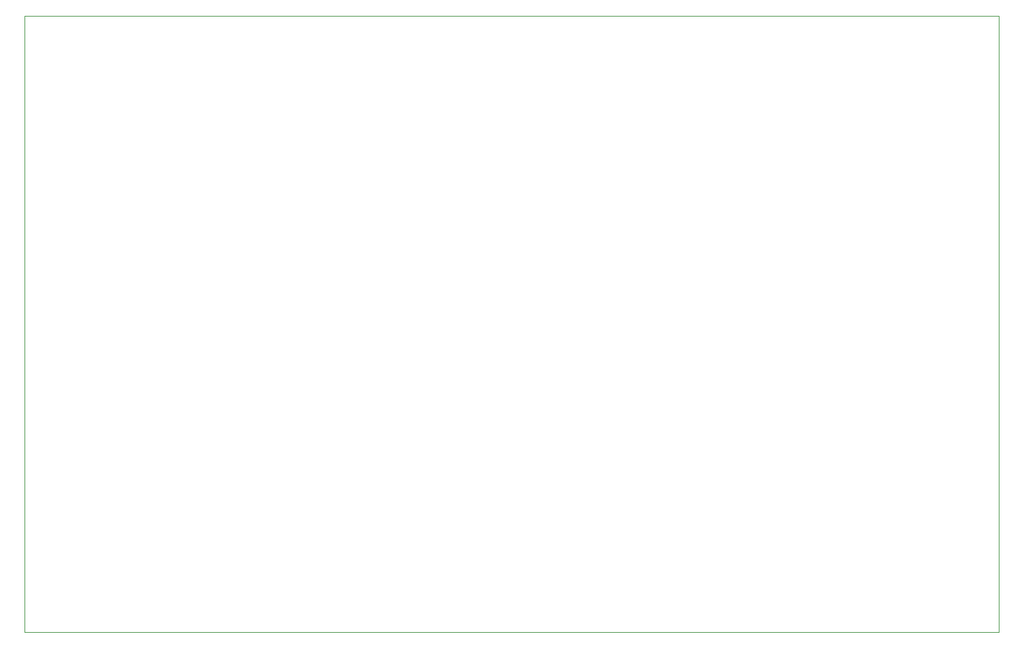
<source format=gm1>
%TF.GenerationSoftware,KiCad,Pcbnew,6.0.8*%
%TF.CreationDate,2022-10-28T14:06:57-07:00*%
%TF.ProjectId,pre-amp52,7072652d-616d-4703-9532-2e6b69636164,rev?*%
%TF.SameCoordinates,Original*%
%TF.FileFunction,Profile,NP*%
%FSLAX46Y46*%
G04 Gerber Fmt 4.6, Leading zero omitted, Abs format (unit mm)*
G04 Created by KiCad (PCBNEW 6.0.8) date 2022-10-28 14:06:57*
%MOMM*%
%LPD*%
G01*
G04 APERTURE LIST*
%TA.AperFunction,Profile*%
%ADD10C,0.100000*%
%TD*%
G04 APERTURE END LIST*
D10*
X45720000Y-83820000D02*
X170180000Y-83820000D01*
X170180000Y-83820000D02*
X170180000Y-162560000D01*
X170180000Y-162560000D02*
X45720000Y-162560000D01*
X45720000Y-162560000D02*
X45720000Y-83820000D01*
X165100000Y-162560000D02*
X165100000Y-162560000D01*
X165100000Y-162560000D02*
X165100000Y-162560000D01*
X165100000Y-162560000D02*
X165100000Y-162560000D01*
X165100000Y-162560000D02*
X165100000Y-162560000D01*
M02*

</source>
